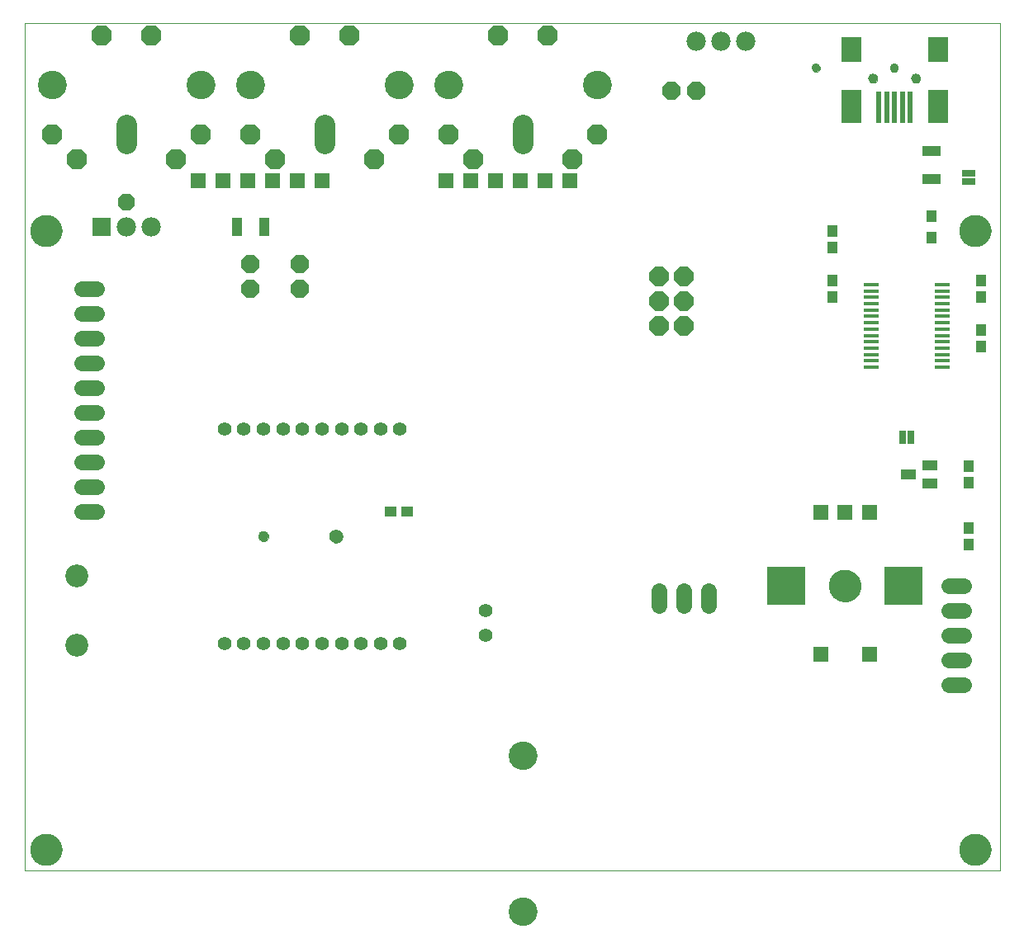
<source format=gts>
G75*
%MOIN*%
%OFA0B0*%
%FSLAX24Y24*%
%IPPOS*%
%LPD*%
%AMOC8*
5,1,8,0,0,1.08239X$1,22.5*
%
%ADD10C,0.0000*%
%ADD11C,0.1300*%
%ADD12R,0.0780X0.0780*%
%ADD13C,0.0780*%
%ADD14R,0.0640X0.0640*%
%ADD15OC8,0.0670*%
%ADD16C,0.0926*%
%ADD17C,0.0820*%
%ADD18OC8,0.0820*%
%ADD19C,0.1140*%
%ADD20R,0.0634X0.0634*%
%ADD21R,0.1542X0.1542*%
%ADD22C,0.0355*%
%ADD23C,0.0434*%
%ADD24C,0.0552*%
%ADD25C,0.0555*%
%ADD26R,0.0827X0.1024*%
%ADD27R,0.0827X0.1339*%
%ADD28R,0.0237X0.1260*%
%ADD29C,0.0394*%
%ADD30OC8,0.0780*%
%ADD31R,0.0590X0.0177*%
%ADD32R,0.0434X0.0473*%
%ADD33C,0.0640*%
%ADD34OC8,0.0740*%
%ADD35C,0.0560*%
%ADD36R,0.0473X0.0434*%
%ADD37R,0.0434X0.0512*%
%ADD38R,0.0749X0.0434*%
%ADD39R,0.0591X0.0434*%
%ADD40C,0.1142*%
%ADD41R,0.0540X0.0290*%
%ADD42R,0.0434X0.0749*%
%ADD43R,0.0290X0.0540*%
D10*
X008005Y006775D02*
X047375Y006775D01*
X047375Y041025D01*
X008005Y041025D01*
X008005Y006775D01*
X008245Y007625D02*
X008247Y007675D01*
X008253Y007725D01*
X008263Y007774D01*
X008277Y007822D01*
X008294Y007869D01*
X008315Y007914D01*
X008340Y007958D01*
X008368Y007999D01*
X008400Y008038D01*
X008434Y008075D01*
X008471Y008109D01*
X008511Y008139D01*
X008553Y008166D01*
X008597Y008190D01*
X008643Y008211D01*
X008690Y008227D01*
X008738Y008240D01*
X008788Y008249D01*
X008837Y008254D01*
X008888Y008255D01*
X008938Y008252D01*
X008987Y008245D01*
X009036Y008234D01*
X009084Y008219D01*
X009130Y008201D01*
X009175Y008179D01*
X009218Y008153D01*
X009259Y008124D01*
X009298Y008092D01*
X009334Y008057D01*
X009366Y008019D01*
X009396Y007979D01*
X009423Y007936D01*
X009446Y007892D01*
X009465Y007846D01*
X009481Y007798D01*
X009493Y007749D01*
X009501Y007700D01*
X009505Y007650D01*
X009505Y007600D01*
X009501Y007550D01*
X009493Y007501D01*
X009481Y007452D01*
X009465Y007404D01*
X009446Y007358D01*
X009423Y007314D01*
X009396Y007271D01*
X009366Y007231D01*
X009334Y007193D01*
X009298Y007158D01*
X009259Y007126D01*
X009218Y007097D01*
X009175Y007071D01*
X009130Y007049D01*
X009084Y007031D01*
X009036Y007016D01*
X008987Y007005D01*
X008938Y006998D01*
X008888Y006995D01*
X008837Y006996D01*
X008788Y007001D01*
X008738Y007010D01*
X008690Y007023D01*
X008643Y007039D01*
X008597Y007060D01*
X008553Y007084D01*
X008511Y007111D01*
X008471Y007141D01*
X008434Y007175D01*
X008400Y007212D01*
X008368Y007251D01*
X008340Y007292D01*
X008315Y007336D01*
X008294Y007381D01*
X008277Y007428D01*
X008263Y007476D01*
X008253Y007525D01*
X008247Y007575D01*
X008245Y007625D01*
X017461Y020275D02*
X017463Y020302D01*
X017469Y020329D01*
X017478Y020355D01*
X017491Y020379D01*
X017507Y020402D01*
X017526Y020421D01*
X017548Y020438D01*
X017572Y020452D01*
X017597Y020462D01*
X017624Y020469D01*
X017651Y020472D01*
X017679Y020471D01*
X017706Y020466D01*
X017732Y020458D01*
X017756Y020446D01*
X017779Y020430D01*
X017800Y020412D01*
X017817Y020391D01*
X017832Y020367D01*
X017843Y020342D01*
X017851Y020316D01*
X017855Y020289D01*
X017855Y020261D01*
X017851Y020234D01*
X017843Y020208D01*
X017832Y020183D01*
X017817Y020159D01*
X017800Y020138D01*
X017779Y020120D01*
X017757Y020104D01*
X017732Y020092D01*
X017706Y020084D01*
X017679Y020079D01*
X017651Y020078D01*
X017624Y020081D01*
X017597Y020088D01*
X017572Y020098D01*
X017548Y020112D01*
X017526Y020129D01*
X017507Y020148D01*
X017491Y020171D01*
X017478Y020195D01*
X017469Y020221D01*
X017463Y020248D01*
X017461Y020275D01*
X020336Y020275D02*
X020338Y020306D01*
X020344Y020337D01*
X020353Y020367D01*
X020366Y020396D01*
X020383Y020423D01*
X020403Y020447D01*
X020425Y020469D01*
X020451Y020488D01*
X020478Y020504D01*
X020507Y020516D01*
X020537Y020525D01*
X020568Y020530D01*
X020600Y020531D01*
X020631Y020528D01*
X020662Y020521D01*
X020692Y020511D01*
X020720Y020497D01*
X020746Y020479D01*
X020770Y020459D01*
X020791Y020435D01*
X020810Y020410D01*
X020825Y020382D01*
X020836Y020353D01*
X020844Y020322D01*
X020848Y020291D01*
X020848Y020259D01*
X020844Y020228D01*
X020836Y020197D01*
X020825Y020168D01*
X020810Y020140D01*
X020791Y020115D01*
X020770Y020091D01*
X020746Y020071D01*
X020720Y020053D01*
X020692Y020039D01*
X020662Y020029D01*
X020631Y020022D01*
X020600Y020019D01*
X020568Y020020D01*
X020537Y020025D01*
X020507Y020034D01*
X020478Y020046D01*
X020451Y020062D01*
X020425Y020081D01*
X020403Y020103D01*
X020383Y020127D01*
X020366Y020154D01*
X020353Y020183D01*
X020344Y020213D01*
X020338Y020244D01*
X020336Y020275D01*
X027574Y011425D02*
X027576Y011472D01*
X027582Y011518D01*
X027592Y011564D01*
X027605Y011609D01*
X027623Y011652D01*
X027644Y011694D01*
X027668Y011734D01*
X027696Y011771D01*
X027727Y011806D01*
X027761Y011839D01*
X027797Y011868D01*
X027836Y011894D01*
X027877Y011917D01*
X027920Y011936D01*
X027964Y011952D01*
X028009Y011964D01*
X028055Y011972D01*
X028102Y011976D01*
X028148Y011976D01*
X028195Y011972D01*
X028241Y011964D01*
X028286Y011952D01*
X028330Y011936D01*
X028373Y011917D01*
X028414Y011894D01*
X028453Y011868D01*
X028489Y011839D01*
X028523Y011806D01*
X028554Y011771D01*
X028582Y011734D01*
X028606Y011694D01*
X028627Y011652D01*
X028645Y011609D01*
X028658Y011564D01*
X028668Y011518D01*
X028674Y011472D01*
X028676Y011425D01*
X028674Y011378D01*
X028668Y011332D01*
X028658Y011286D01*
X028645Y011241D01*
X028627Y011198D01*
X028606Y011156D01*
X028582Y011116D01*
X028554Y011079D01*
X028523Y011044D01*
X028489Y011011D01*
X028453Y010982D01*
X028414Y010956D01*
X028373Y010933D01*
X028330Y010914D01*
X028286Y010898D01*
X028241Y010886D01*
X028195Y010878D01*
X028148Y010874D01*
X028102Y010874D01*
X028055Y010878D01*
X028009Y010886D01*
X027964Y010898D01*
X027920Y010914D01*
X027877Y010933D01*
X027836Y010956D01*
X027797Y010982D01*
X027761Y011011D01*
X027727Y011044D01*
X027696Y011079D01*
X027668Y011116D01*
X027644Y011156D01*
X027623Y011198D01*
X027605Y011241D01*
X027592Y011286D01*
X027582Y011332D01*
X027576Y011378D01*
X027574Y011425D01*
X027574Y005125D02*
X027576Y005172D01*
X027582Y005218D01*
X027592Y005264D01*
X027605Y005309D01*
X027623Y005352D01*
X027644Y005394D01*
X027668Y005434D01*
X027696Y005471D01*
X027727Y005506D01*
X027761Y005539D01*
X027797Y005568D01*
X027836Y005594D01*
X027877Y005617D01*
X027920Y005636D01*
X027964Y005652D01*
X028009Y005664D01*
X028055Y005672D01*
X028102Y005676D01*
X028148Y005676D01*
X028195Y005672D01*
X028241Y005664D01*
X028286Y005652D01*
X028330Y005636D01*
X028373Y005617D01*
X028414Y005594D01*
X028453Y005568D01*
X028489Y005539D01*
X028523Y005506D01*
X028554Y005471D01*
X028582Y005434D01*
X028606Y005394D01*
X028627Y005352D01*
X028645Y005309D01*
X028658Y005264D01*
X028668Y005218D01*
X028674Y005172D01*
X028676Y005125D01*
X028674Y005078D01*
X028668Y005032D01*
X028658Y004986D01*
X028645Y004941D01*
X028627Y004898D01*
X028606Y004856D01*
X028582Y004816D01*
X028554Y004779D01*
X028523Y004744D01*
X028489Y004711D01*
X028453Y004682D01*
X028414Y004656D01*
X028373Y004633D01*
X028330Y004614D01*
X028286Y004598D01*
X028241Y004586D01*
X028195Y004578D01*
X028148Y004574D01*
X028102Y004574D01*
X028055Y004578D01*
X028009Y004586D01*
X027964Y004598D01*
X027920Y004614D01*
X027877Y004633D01*
X027836Y004656D01*
X027797Y004682D01*
X027761Y004711D01*
X027727Y004744D01*
X027696Y004779D01*
X027668Y004816D01*
X027644Y004856D01*
X027623Y004898D01*
X027605Y004941D01*
X027592Y004986D01*
X027582Y005032D01*
X027576Y005078D01*
X027574Y005125D01*
X040495Y018275D02*
X040497Y018325D01*
X040503Y018375D01*
X040513Y018424D01*
X040527Y018472D01*
X040544Y018519D01*
X040565Y018564D01*
X040590Y018608D01*
X040618Y018649D01*
X040650Y018688D01*
X040684Y018725D01*
X040721Y018759D01*
X040761Y018789D01*
X040803Y018816D01*
X040847Y018840D01*
X040893Y018861D01*
X040940Y018877D01*
X040988Y018890D01*
X041038Y018899D01*
X041087Y018904D01*
X041138Y018905D01*
X041188Y018902D01*
X041237Y018895D01*
X041286Y018884D01*
X041334Y018869D01*
X041380Y018851D01*
X041425Y018829D01*
X041468Y018803D01*
X041509Y018774D01*
X041548Y018742D01*
X041584Y018707D01*
X041616Y018669D01*
X041646Y018629D01*
X041673Y018586D01*
X041696Y018542D01*
X041715Y018496D01*
X041731Y018448D01*
X041743Y018399D01*
X041751Y018350D01*
X041755Y018300D01*
X041755Y018250D01*
X041751Y018200D01*
X041743Y018151D01*
X041731Y018102D01*
X041715Y018054D01*
X041696Y018008D01*
X041673Y017964D01*
X041646Y017921D01*
X041616Y017881D01*
X041584Y017843D01*
X041548Y017808D01*
X041509Y017776D01*
X041468Y017747D01*
X041425Y017721D01*
X041380Y017699D01*
X041334Y017681D01*
X041286Y017666D01*
X041237Y017655D01*
X041188Y017648D01*
X041138Y017645D01*
X041087Y017646D01*
X041038Y017651D01*
X040988Y017660D01*
X040940Y017673D01*
X040893Y017689D01*
X040847Y017710D01*
X040803Y017734D01*
X040761Y017761D01*
X040721Y017791D01*
X040684Y017825D01*
X040650Y017862D01*
X040618Y017901D01*
X040590Y017942D01*
X040565Y017986D01*
X040544Y018031D01*
X040527Y018078D01*
X040513Y018126D01*
X040503Y018175D01*
X040497Y018225D01*
X040495Y018275D01*
X045745Y007625D02*
X045747Y007675D01*
X045753Y007725D01*
X045763Y007774D01*
X045777Y007822D01*
X045794Y007869D01*
X045815Y007914D01*
X045840Y007958D01*
X045868Y007999D01*
X045900Y008038D01*
X045934Y008075D01*
X045971Y008109D01*
X046011Y008139D01*
X046053Y008166D01*
X046097Y008190D01*
X046143Y008211D01*
X046190Y008227D01*
X046238Y008240D01*
X046288Y008249D01*
X046337Y008254D01*
X046388Y008255D01*
X046438Y008252D01*
X046487Y008245D01*
X046536Y008234D01*
X046584Y008219D01*
X046630Y008201D01*
X046675Y008179D01*
X046718Y008153D01*
X046759Y008124D01*
X046798Y008092D01*
X046834Y008057D01*
X046866Y008019D01*
X046896Y007979D01*
X046923Y007936D01*
X046946Y007892D01*
X046965Y007846D01*
X046981Y007798D01*
X046993Y007749D01*
X047001Y007700D01*
X047005Y007650D01*
X047005Y007600D01*
X047001Y007550D01*
X046993Y007501D01*
X046981Y007452D01*
X046965Y007404D01*
X046946Y007358D01*
X046923Y007314D01*
X046896Y007271D01*
X046866Y007231D01*
X046834Y007193D01*
X046798Y007158D01*
X046759Y007126D01*
X046718Y007097D01*
X046675Y007071D01*
X046630Y007049D01*
X046584Y007031D01*
X046536Y007016D01*
X046487Y007005D01*
X046438Y006998D01*
X046388Y006995D01*
X046337Y006996D01*
X046288Y007001D01*
X046238Y007010D01*
X046190Y007023D01*
X046143Y007039D01*
X046097Y007060D01*
X046053Y007084D01*
X046011Y007111D01*
X045971Y007141D01*
X045934Y007175D01*
X045900Y007212D01*
X045868Y007251D01*
X045840Y007292D01*
X045815Y007336D01*
X045794Y007381D01*
X045777Y007428D01*
X045763Y007476D01*
X045753Y007525D01*
X045747Y007575D01*
X045745Y007625D01*
X045745Y032625D02*
X045747Y032675D01*
X045753Y032725D01*
X045763Y032774D01*
X045777Y032822D01*
X045794Y032869D01*
X045815Y032914D01*
X045840Y032958D01*
X045868Y032999D01*
X045900Y033038D01*
X045934Y033075D01*
X045971Y033109D01*
X046011Y033139D01*
X046053Y033166D01*
X046097Y033190D01*
X046143Y033211D01*
X046190Y033227D01*
X046238Y033240D01*
X046288Y033249D01*
X046337Y033254D01*
X046388Y033255D01*
X046438Y033252D01*
X046487Y033245D01*
X046536Y033234D01*
X046584Y033219D01*
X046630Y033201D01*
X046675Y033179D01*
X046718Y033153D01*
X046759Y033124D01*
X046798Y033092D01*
X046834Y033057D01*
X046866Y033019D01*
X046896Y032979D01*
X046923Y032936D01*
X046946Y032892D01*
X046965Y032846D01*
X046981Y032798D01*
X046993Y032749D01*
X047001Y032700D01*
X047005Y032650D01*
X047005Y032600D01*
X047001Y032550D01*
X046993Y032501D01*
X046981Y032452D01*
X046965Y032404D01*
X046946Y032358D01*
X046923Y032314D01*
X046896Y032271D01*
X046866Y032231D01*
X046834Y032193D01*
X046798Y032158D01*
X046759Y032126D01*
X046718Y032097D01*
X046675Y032071D01*
X046630Y032049D01*
X046584Y032031D01*
X046536Y032016D01*
X046487Y032005D01*
X046438Y031998D01*
X046388Y031995D01*
X046337Y031996D01*
X046288Y032001D01*
X046238Y032010D01*
X046190Y032023D01*
X046143Y032039D01*
X046097Y032060D01*
X046053Y032084D01*
X046011Y032111D01*
X045971Y032141D01*
X045934Y032175D01*
X045900Y032212D01*
X045868Y032251D01*
X045840Y032292D01*
X045815Y032336D01*
X045794Y032381D01*
X045777Y032428D01*
X045763Y032476D01*
X045753Y032525D01*
X045747Y032575D01*
X045745Y032625D01*
X043814Y038775D02*
X043816Y038801D01*
X043822Y038827D01*
X043832Y038852D01*
X043845Y038875D01*
X043861Y038895D01*
X043881Y038913D01*
X043903Y038928D01*
X043926Y038940D01*
X043952Y038948D01*
X043978Y038952D01*
X044004Y038952D01*
X044030Y038948D01*
X044056Y038940D01*
X044080Y038928D01*
X044101Y038913D01*
X044121Y038895D01*
X044137Y038875D01*
X044150Y038852D01*
X044160Y038827D01*
X044166Y038801D01*
X044168Y038775D01*
X044166Y038749D01*
X044160Y038723D01*
X044150Y038698D01*
X044137Y038675D01*
X044121Y038655D01*
X044101Y038637D01*
X044079Y038622D01*
X044056Y038610D01*
X044030Y038602D01*
X044004Y038598D01*
X043978Y038598D01*
X043952Y038602D01*
X043926Y038610D01*
X043902Y038622D01*
X043881Y038637D01*
X043861Y038655D01*
X043845Y038675D01*
X043832Y038698D01*
X043822Y038723D01*
X043816Y038749D01*
X043814Y038775D01*
X042950Y039198D02*
X042952Y039223D01*
X042958Y039247D01*
X042967Y039269D01*
X042980Y039290D01*
X042996Y039309D01*
X043015Y039325D01*
X043036Y039338D01*
X043058Y039347D01*
X043082Y039353D01*
X043107Y039355D01*
X043132Y039353D01*
X043156Y039347D01*
X043178Y039338D01*
X043199Y039325D01*
X043218Y039309D01*
X043234Y039290D01*
X043247Y039269D01*
X043256Y039247D01*
X043262Y039223D01*
X043264Y039198D01*
X043262Y039173D01*
X043256Y039149D01*
X043247Y039127D01*
X043234Y039106D01*
X043218Y039087D01*
X043199Y039071D01*
X043178Y039058D01*
X043156Y039049D01*
X043132Y039043D01*
X043107Y039041D01*
X043082Y039043D01*
X043058Y039049D01*
X043036Y039058D01*
X043015Y039071D01*
X042996Y039087D01*
X042980Y039106D01*
X042967Y039127D01*
X042958Y039149D01*
X042952Y039173D01*
X042950Y039198D01*
X042082Y038775D02*
X042084Y038801D01*
X042090Y038827D01*
X042100Y038852D01*
X042113Y038875D01*
X042129Y038895D01*
X042149Y038913D01*
X042171Y038928D01*
X042194Y038940D01*
X042220Y038948D01*
X042246Y038952D01*
X042272Y038952D01*
X042298Y038948D01*
X042324Y038940D01*
X042348Y038928D01*
X042369Y038913D01*
X042389Y038895D01*
X042405Y038875D01*
X042418Y038852D01*
X042428Y038827D01*
X042434Y038801D01*
X042436Y038775D01*
X042434Y038749D01*
X042428Y038723D01*
X042418Y038698D01*
X042405Y038675D01*
X042389Y038655D01*
X042369Y038637D01*
X042347Y038622D01*
X042324Y038610D01*
X042298Y038602D01*
X042272Y038598D01*
X042246Y038598D01*
X042220Y038602D01*
X042194Y038610D01*
X042170Y038622D01*
X042149Y038637D01*
X042129Y038655D01*
X042113Y038675D01*
X042100Y038698D01*
X042090Y038723D01*
X042084Y038749D01*
X042082Y038775D01*
X039801Y039198D02*
X039803Y039223D01*
X039809Y039247D01*
X039818Y039269D01*
X039831Y039290D01*
X039847Y039309D01*
X039866Y039325D01*
X039887Y039338D01*
X039909Y039347D01*
X039933Y039353D01*
X039958Y039355D01*
X039983Y039353D01*
X040007Y039347D01*
X040029Y039338D01*
X040050Y039325D01*
X040069Y039309D01*
X040085Y039290D01*
X040098Y039269D01*
X040107Y039247D01*
X040113Y039223D01*
X040115Y039198D01*
X040113Y039173D01*
X040107Y039149D01*
X040098Y039127D01*
X040085Y039106D01*
X040069Y039087D01*
X040050Y039071D01*
X040029Y039058D01*
X040007Y039049D01*
X039983Y039043D01*
X039958Y039041D01*
X039933Y039043D01*
X039909Y039049D01*
X039887Y039058D01*
X039866Y039071D01*
X039847Y039087D01*
X039831Y039106D01*
X039818Y039127D01*
X039809Y039149D01*
X039803Y039173D01*
X039801Y039198D01*
X030575Y038525D02*
X030577Y038572D01*
X030583Y038618D01*
X030593Y038664D01*
X030606Y038708D01*
X030624Y038752D01*
X030645Y038793D01*
X030669Y038833D01*
X030697Y038871D01*
X030728Y038906D01*
X030762Y038938D01*
X030798Y038967D01*
X030837Y038993D01*
X030877Y039016D01*
X030920Y039035D01*
X030964Y039051D01*
X031009Y039063D01*
X031055Y039071D01*
X031102Y039075D01*
X031148Y039075D01*
X031195Y039071D01*
X031241Y039063D01*
X031286Y039051D01*
X031330Y039035D01*
X031373Y039016D01*
X031413Y038993D01*
X031452Y038967D01*
X031488Y038938D01*
X031522Y038906D01*
X031553Y038871D01*
X031581Y038833D01*
X031605Y038793D01*
X031626Y038752D01*
X031644Y038708D01*
X031657Y038664D01*
X031667Y038618D01*
X031673Y038572D01*
X031675Y038525D01*
X031673Y038478D01*
X031667Y038432D01*
X031657Y038386D01*
X031644Y038342D01*
X031626Y038298D01*
X031605Y038257D01*
X031581Y038217D01*
X031553Y038179D01*
X031522Y038144D01*
X031488Y038112D01*
X031452Y038083D01*
X031413Y038057D01*
X031373Y038034D01*
X031330Y038015D01*
X031286Y037999D01*
X031241Y037987D01*
X031195Y037979D01*
X031148Y037975D01*
X031102Y037975D01*
X031055Y037979D01*
X031009Y037987D01*
X030964Y037999D01*
X030920Y038015D01*
X030877Y038034D01*
X030837Y038057D01*
X030798Y038083D01*
X030762Y038112D01*
X030728Y038144D01*
X030697Y038179D01*
X030669Y038217D01*
X030645Y038257D01*
X030624Y038298D01*
X030606Y038342D01*
X030593Y038386D01*
X030583Y038432D01*
X030577Y038478D01*
X030575Y038525D01*
X024575Y038525D02*
X024577Y038572D01*
X024583Y038618D01*
X024593Y038664D01*
X024606Y038708D01*
X024624Y038752D01*
X024645Y038793D01*
X024669Y038833D01*
X024697Y038871D01*
X024728Y038906D01*
X024762Y038938D01*
X024798Y038967D01*
X024837Y038993D01*
X024877Y039016D01*
X024920Y039035D01*
X024964Y039051D01*
X025009Y039063D01*
X025055Y039071D01*
X025102Y039075D01*
X025148Y039075D01*
X025195Y039071D01*
X025241Y039063D01*
X025286Y039051D01*
X025330Y039035D01*
X025373Y039016D01*
X025413Y038993D01*
X025452Y038967D01*
X025488Y038938D01*
X025522Y038906D01*
X025553Y038871D01*
X025581Y038833D01*
X025605Y038793D01*
X025626Y038752D01*
X025644Y038708D01*
X025657Y038664D01*
X025667Y038618D01*
X025673Y038572D01*
X025675Y038525D01*
X025673Y038478D01*
X025667Y038432D01*
X025657Y038386D01*
X025644Y038342D01*
X025626Y038298D01*
X025605Y038257D01*
X025581Y038217D01*
X025553Y038179D01*
X025522Y038144D01*
X025488Y038112D01*
X025452Y038083D01*
X025413Y038057D01*
X025373Y038034D01*
X025330Y038015D01*
X025286Y037999D01*
X025241Y037987D01*
X025195Y037979D01*
X025148Y037975D01*
X025102Y037975D01*
X025055Y037979D01*
X025009Y037987D01*
X024964Y037999D01*
X024920Y038015D01*
X024877Y038034D01*
X024837Y038057D01*
X024798Y038083D01*
X024762Y038112D01*
X024728Y038144D01*
X024697Y038179D01*
X024669Y038217D01*
X024645Y038257D01*
X024624Y038298D01*
X024606Y038342D01*
X024593Y038386D01*
X024583Y038432D01*
X024577Y038478D01*
X024575Y038525D01*
X022575Y038525D02*
X022577Y038572D01*
X022583Y038618D01*
X022593Y038664D01*
X022606Y038708D01*
X022624Y038752D01*
X022645Y038793D01*
X022669Y038833D01*
X022697Y038871D01*
X022728Y038906D01*
X022762Y038938D01*
X022798Y038967D01*
X022837Y038993D01*
X022877Y039016D01*
X022920Y039035D01*
X022964Y039051D01*
X023009Y039063D01*
X023055Y039071D01*
X023102Y039075D01*
X023148Y039075D01*
X023195Y039071D01*
X023241Y039063D01*
X023286Y039051D01*
X023330Y039035D01*
X023373Y039016D01*
X023413Y038993D01*
X023452Y038967D01*
X023488Y038938D01*
X023522Y038906D01*
X023553Y038871D01*
X023581Y038833D01*
X023605Y038793D01*
X023626Y038752D01*
X023644Y038708D01*
X023657Y038664D01*
X023667Y038618D01*
X023673Y038572D01*
X023675Y038525D01*
X023673Y038478D01*
X023667Y038432D01*
X023657Y038386D01*
X023644Y038342D01*
X023626Y038298D01*
X023605Y038257D01*
X023581Y038217D01*
X023553Y038179D01*
X023522Y038144D01*
X023488Y038112D01*
X023452Y038083D01*
X023413Y038057D01*
X023373Y038034D01*
X023330Y038015D01*
X023286Y037999D01*
X023241Y037987D01*
X023195Y037979D01*
X023148Y037975D01*
X023102Y037975D01*
X023055Y037979D01*
X023009Y037987D01*
X022964Y037999D01*
X022920Y038015D01*
X022877Y038034D01*
X022837Y038057D01*
X022798Y038083D01*
X022762Y038112D01*
X022728Y038144D01*
X022697Y038179D01*
X022669Y038217D01*
X022645Y038257D01*
X022624Y038298D01*
X022606Y038342D01*
X022593Y038386D01*
X022583Y038432D01*
X022577Y038478D01*
X022575Y038525D01*
X016575Y038525D02*
X016577Y038572D01*
X016583Y038618D01*
X016593Y038664D01*
X016606Y038708D01*
X016624Y038752D01*
X016645Y038793D01*
X016669Y038833D01*
X016697Y038871D01*
X016728Y038906D01*
X016762Y038938D01*
X016798Y038967D01*
X016837Y038993D01*
X016877Y039016D01*
X016920Y039035D01*
X016964Y039051D01*
X017009Y039063D01*
X017055Y039071D01*
X017102Y039075D01*
X017148Y039075D01*
X017195Y039071D01*
X017241Y039063D01*
X017286Y039051D01*
X017330Y039035D01*
X017373Y039016D01*
X017413Y038993D01*
X017452Y038967D01*
X017488Y038938D01*
X017522Y038906D01*
X017553Y038871D01*
X017581Y038833D01*
X017605Y038793D01*
X017626Y038752D01*
X017644Y038708D01*
X017657Y038664D01*
X017667Y038618D01*
X017673Y038572D01*
X017675Y038525D01*
X017673Y038478D01*
X017667Y038432D01*
X017657Y038386D01*
X017644Y038342D01*
X017626Y038298D01*
X017605Y038257D01*
X017581Y038217D01*
X017553Y038179D01*
X017522Y038144D01*
X017488Y038112D01*
X017452Y038083D01*
X017413Y038057D01*
X017373Y038034D01*
X017330Y038015D01*
X017286Y037999D01*
X017241Y037987D01*
X017195Y037979D01*
X017148Y037975D01*
X017102Y037975D01*
X017055Y037979D01*
X017009Y037987D01*
X016964Y037999D01*
X016920Y038015D01*
X016877Y038034D01*
X016837Y038057D01*
X016798Y038083D01*
X016762Y038112D01*
X016728Y038144D01*
X016697Y038179D01*
X016669Y038217D01*
X016645Y038257D01*
X016624Y038298D01*
X016606Y038342D01*
X016593Y038386D01*
X016583Y038432D01*
X016577Y038478D01*
X016575Y038525D01*
X014575Y038525D02*
X014577Y038572D01*
X014583Y038618D01*
X014593Y038664D01*
X014606Y038708D01*
X014624Y038752D01*
X014645Y038793D01*
X014669Y038833D01*
X014697Y038871D01*
X014728Y038906D01*
X014762Y038938D01*
X014798Y038967D01*
X014837Y038993D01*
X014877Y039016D01*
X014920Y039035D01*
X014964Y039051D01*
X015009Y039063D01*
X015055Y039071D01*
X015102Y039075D01*
X015148Y039075D01*
X015195Y039071D01*
X015241Y039063D01*
X015286Y039051D01*
X015330Y039035D01*
X015373Y039016D01*
X015413Y038993D01*
X015452Y038967D01*
X015488Y038938D01*
X015522Y038906D01*
X015553Y038871D01*
X015581Y038833D01*
X015605Y038793D01*
X015626Y038752D01*
X015644Y038708D01*
X015657Y038664D01*
X015667Y038618D01*
X015673Y038572D01*
X015675Y038525D01*
X015673Y038478D01*
X015667Y038432D01*
X015657Y038386D01*
X015644Y038342D01*
X015626Y038298D01*
X015605Y038257D01*
X015581Y038217D01*
X015553Y038179D01*
X015522Y038144D01*
X015488Y038112D01*
X015452Y038083D01*
X015413Y038057D01*
X015373Y038034D01*
X015330Y038015D01*
X015286Y037999D01*
X015241Y037987D01*
X015195Y037979D01*
X015148Y037975D01*
X015102Y037975D01*
X015055Y037979D01*
X015009Y037987D01*
X014964Y037999D01*
X014920Y038015D01*
X014877Y038034D01*
X014837Y038057D01*
X014798Y038083D01*
X014762Y038112D01*
X014728Y038144D01*
X014697Y038179D01*
X014669Y038217D01*
X014645Y038257D01*
X014624Y038298D01*
X014606Y038342D01*
X014593Y038386D01*
X014583Y038432D01*
X014577Y038478D01*
X014575Y038525D01*
X008575Y038525D02*
X008577Y038572D01*
X008583Y038618D01*
X008593Y038664D01*
X008606Y038708D01*
X008624Y038752D01*
X008645Y038793D01*
X008669Y038833D01*
X008697Y038871D01*
X008728Y038906D01*
X008762Y038938D01*
X008798Y038967D01*
X008837Y038993D01*
X008877Y039016D01*
X008920Y039035D01*
X008964Y039051D01*
X009009Y039063D01*
X009055Y039071D01*
X009102Y039075D01*
X009148Y039075D01*
X009195Y039071D01*
X009241Y039063D01*
X009286Y039051D01*
X009330Y039035D01*
X009373Y039016D01*
X009413Y038993D01*
X009452Y038967D01*
X009488Y038938D01*
X009522Y038906D01*
X009553Y038871D01*
X009581Y038833D01*
X009605Y038793D01*
X009626Y038752D01*
X009644Y038708D01*
X009657Y038664D01*
X009667Y038618D01*
X009673Y038572D01*
X009675Y038525D01*
X009673Y038478D01*
X009667Y038432D01*
X009657Y038386D01*
X009644Y038342D01*
X009626Y038298D01*
X009605Y038257D01*
X009581Y038217D01*
X009553Y038179D01*
X009522Y038144D01*
X009488Y038112D01*
X009452Y038083D01*
X009413Y038057D01*
X009373Y038034D01*
X009330Y038015D01*
X009286Y037999D01*
X009241Y037987D01*
X009195Y037979D01*
X009148Y037975D01*
X009102Y037975D01*
X009055Y037979D01*
X009009Y037987D01*
X008964Y037999D01*
X008920Y038015D01*
X008877Y038034D01*
X008837Y038057D01*
X008798Y038083D01*
X008762Y038112D01*
X008728Y038144D01*
X008697Y038179D01*
X008669Y038217D01*
X008645Y038257D01*
X008624Y038298D01*
X008606Y038342D01*
X008593Y038386D01*
X008583Y038432D01*
X008577Y038478D01*
X008575Y038525D01*
X008245Y032625D02*
X008247Y032675D01*
X008253Y032725D01*
X008263Y032774D01*
X008277Y032822D01*
X008294Y032869D01*
X008315Y032914D01*
X008340Y032958D01*
X008368Y032999D01*
X008400Y033038D01*
X008434Y033075D01*
X008471Y033109D01*
X008511Y033139D01*
X008553Y033166D01*
X008597Y033190D01*
X008643Y033211D01*
X008690Y033227D01*
X008738Y033240D01*
X008788Y033249D01*
X008837Y033254D01*
X008888Y033255D01*
X008938Y033252D01*
X008987Y033245D01*
X009036Y033234D01*
X009084Y033219D01*
X009130Y033201D01*
X009175Y033179D01*
X009218Y033153D01*
X009259Y033124D01*
X009298Y033092D01*
X009334Y033057D01*
X009366Y033019D01*
X009396Y032979D01*
X009423Y032936D01*
X009446Y032892D01*
X009465Y032846D01*
X009481Y032798D01*
X009493Y032749D01*
X009501Y032700D01*
X009505Y032650D01*
X009505Y032600D01*
X009501Y032550D01*
X009493Y032501D01*
X009481Y032452D01*
X009465Y032404D01*
X009446Y032358D01*
X009423Y032314D01*
X009396Y032271D01*
X009366Y032231D01*
X009334Y032193D01*
X009298Y032158D01*
X009259Y032126D01*
X009218Y032097D01*
X009175Y032071D01*
X009130Y032049D01*
X009084Y032031D01*
X009036Y032016D01*
X008987Y032005D01*
X008938Y031998D01*
X008888Y031995D01*
X008837Y031996D01*
X008788Y032001D01*
X008738Y032010D01*
X008690Y032023D01*
X008643Y032039D01*
X008597Y032060D01*
X008553Y032084D01*
X008511Y032111D01*
X008471Y032141D01*
X008434Y032175D01*
X008400Y032212D01*
X008368Y032251D01*
X008340Y032292D01*
X008315Y032336D01*
X008294Y032381D01*
X008277Y032428D01*
X008263Y032476D01*
X008253Y032525D01*
X008247Y032575D01*
X008245Y032625D01*
D11*
X008875Y032625D03*
X041125Y018275D03*
X046375Y007625D03*
X046375Y032625D03*
X008875Y007625D03*
D12*
X011125Y032775D03*
D13*
X012125Y032775D03*
X013125Y032775D03*
X035125Y040275D03*
X036125Y040275D03*
X037125Y040275D03*
D14*
X030027Y034627D03*
X029027Y034627D03*
X028027Y034627D03*
X027027Y034627D03*
X026027Y034627D03*
X025027Y034627D03*
X020027Y034627D03*
X019027Y034627D03*
X018027Y034627D03*
X017027Y034627D03*
X016027Y034627D03*
X015027Y034627D03*
D15*
X012125Y033775D03*
D16*
X010125Y018673D03*
X010125Y015877D03*
D17*
X012125Y036135D02*
X012125Y036915D01*
X020125Y036915D02*
X020125Y036135D01*
X028125Y036135D02*
X028125Y036915D01*
D18*
X026125Y035525D03*
X025125Y036525D03*
X023125Y036525D03*
X022125Y035525D03*
X018125Y035525D03*
X017125Y036525D03*
X015125Y036525D03*
X014125Y035525D03*
X010125Y035525D03*
X009125Y036525D03*
X011125Y040525D03*
X013125Y040525D03*
X019125Y040525D03*
X021125Y040525D03*
X027125Y040525D03*
X029125Y040525D03*
X031125Y036525D03*
X030125Y035525D03*
D19*
X031125Y038525D03*
X025125Y038525D03*
X023125Y038525D03*
X017125Y038525D03*
X015125Y038525D03*
X009125Y038525D03*
D20*
X040141Y021228D03*
X041125Y021228D03*
X042109Y021228D03*
X042109Y015519D03*
X040141Y015519D03*
D21*
X038763Y018275D03*
X043487Y018275D03*
D22*
X043107Y039198D03*
X039958Y039198D03*
D23*
X017658Y020275D03*
D24*
X020592Y020275D03*
D25*
X020806Y015944D03*
X020019Y015944D03*
X019231Y015944D03*
X018444Y015944D03*
X017656Y015944D03*
X016869Y015944D03*
X016082Y015944D03*
X021594Y015944D03*
X022381Y015944D03*
X023168Y015944D03*
X023168Y024606D03*
X022381Y024606D03*
X021594Y024606D03*
X020806Y024606D03*
X020019Y024606D03*
X019231Y024606D03*
X018444Y024606D03*
X017656Y024606D03*
X016869Y024606D03*
X016082Y024606D03*
D26*
X041373Y039956D03*
X044877Y039956D03*
D27*
X044877Y037633D03*
X041373Y037633D03*
D28*
X042495Y037594D03*
X042810Y037594D03*
X043125Y037594D03*
X043440Y037594D03*
X043755Y037594D03*
D29*
X043991Y038775D03*
X042259Y038775D03*
D30*
X034625Y030775D03*
X034625Y029775D03*
X033625Y029775D03*
X033625Y030775D03*
X033625Y028775D03*
X034625Y028775D03*
D31*
X042186Y028647D03*
X042186Y028391D03*
X042186Y028135D03*
X042186Y027879D03*
X042186Y027623D03*
X042186Y027368D03*
X042186Y027112D03*
X042186Y028903D03*
X042186Y029159D03*
X042186Y029415D03*
X042186Y029671D03*
X042186Y029927D03*
X042186Y030182D03*
X042186Y030438D03*
X045064Y030438D03*
X045064Y030182D03*
X045064Y029927D03*
X045064Y029671D03*
X045064Y029415D03*
X045064Y029159D03*
X045064Y028903D03*
X045064Y028647D03*
X045064Y028391D03*
X045064Y028135D03*
X045064Y027879D03*
X045064Y027623D03*
X045064Y027368D03*
X045064Y027112D03*
D32*
X046625Y027940D03*
X046625Y028610D03*
X046625Y029940D03*
X046625Y030610D03*
X040625Y030610D03*
X040625Y029940D03*
X040625Y031940D03*
X040625Y032610D03*
X046125Y023110D03*
X046125Y022440D03*
X046125Y020610D03*
X046125Y019940D03*
D33*
X045925Y018275D02*
X045325Y018275D01*
X045325Y017275D02*
X045925Y017275D01*
X045925Y016275D02*
X045325Y016275D01*
X045325Y015275D02*
X045925Y015275D01*
X045925Y014275D02*
X045325Y014275D01*
X035625Y017475D02*
X035625Y018075D01*
X034625Y018075D02*
X034625Y017475D01*
X033625Y017475D02*
X033625Y018075D01*
X010925Y021275D02*
X010325Y021275D01*
X010325Y022275D02*
X010925Y022275D01*
X010925Y023275D02*
X010325Y023275D01*
X010325Y024275D02*
X010925Y024275D01*
X010925Y025275D02*
X010325Y025275D01*
X010325Y026275D02*
X010925Y026275D01*
X010925Y027275D02*
X010325Y027275D01*
X010325Y028275D02*
X010925Y028275D01*
X010925Y029275D02*
X010325Y029275D01*
X010325Y030275D02*
X010925Y030275D01*
D34*
X017125Y030275D03*
X017125Y031275D03*
X019125Y031275D03*
X019125Y030275D03*
X034125Y038275D03*
X035125Y038275D03*
D35*
X026625Y017275D03*
X026625Y016275D03*
D36*
X023460Y021275D03*
X022790Y021275D03*
D37*
X044625Y032342D03*
X044625Y033208D03*
D38*
X044625Y034724D03*
X044625Y035826D03*
D39*
X044558Y023149D03*
X043692Y022775D03*
X044558Y022401D03*
D40*
X028125Y011425D03*
X028125Y005125D03*
D41*
X046125Y034598D03*
X046125Y034952D03*
D42*
X017676Y032775D03*
X016574Y032775D03*
D43*
X043448Y024275D03*
X043802Y024275D03*
M02*

</source>
